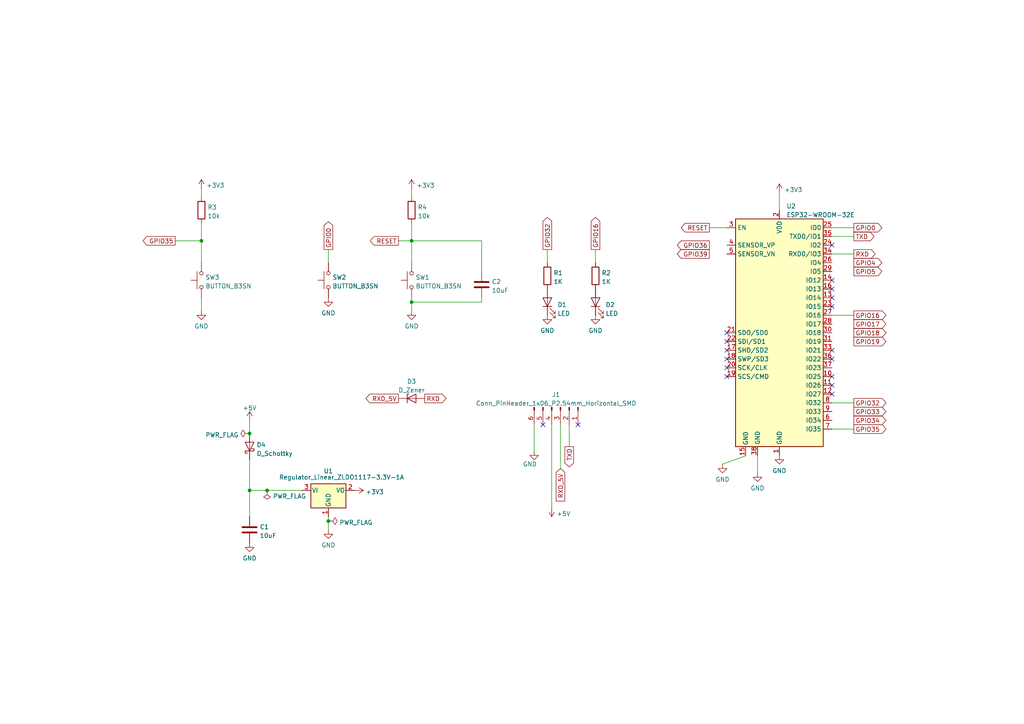
<source format=kicad_sch>
(kicad_sch (version 20211123) (generator eeschema)
  (paper "A4")
  (title_block (title "LEDuo by MTek") (date "2022-03-07") (rev "2") (company "Giant Squid Technologies"))
  (lib_symbols
    (symbol "fab:BUTTON_B3SN" (pin_numbers hide) (pin_names (offset 1.016) hide)
      (property "Reference" "SW" (at 1.27 2.54 0))
      (property "Value" "BUTTON_B3SN" (at 0 -1.524 0))
      (symbol "BUTTON_B3SN_0_1"
        (circle (center -2.032 0) (radius 0.508))
        (polyline (pts (xy 0 1.27) (xy 0 3.048)))
        (polyline (pts (xy 2.54 1.27) (xy -2.54 1.27)))
        (circle (center 2.032 0) (radius 0.508))
        (pin passive line (at -5.08 0 0) (length 2.54) (name "1") (number "1"))
        (pin passive line (at 5.08 0 180) (length 2.54) (name "2") (number "2"))
      )
    )
    (symbol "fab:C" (pin_numbers hide) (pin_names (offset 0.254))
      (property "Reference" "C" (at 0.635 2.54 0))
      (property "Value" "C" (at 0.635 -2.54 0))
      (symbol "C_0_1"
        (polyline (pts (xy -2.032 -0.762) (xy 2.032 -0.762)) (stroke (width 0.508)))
        (polyline (pts (xy -2.032 0.762) (xy 2.032 0.762)) (stroke (width 0.508)))
      )
      (symbol "C_1_1"
        (pin passive line (at 0 3.81 270) (length 2.794) (name "~") (number "1"))
        (pin passive line (at 0 -3.81 90) (length 2.794) (name "~") (number "2"))
      )
    )
    (symbol "fab:Conn_PinHeader_1x06_P2.54mm_Horizontal_SMD" (pin_names (offset 1.016) hide)
      (property "Reference" "J" (at 0 7.62 0))
      (property "Value" "Conn_PinHeader_1x06_P2.54mm_Horizontal_SMD" (at 0 -10.16 0))
      (symbol "Conn_PinHeader_1x06_P2.54mm_Horizontal_SMD_1_1"
        (polyline (pts (xy 1.27 -7.62) (xy 0.8636 -7.62)) (stroke (width 0.1524)))
        (polyline (pts (xy 1.27 -5.08) (xy 0.8636 -5.08)) (stroke (width 0.1524)))
        (polyline (pts (xy 1.27 -2.54) (xy 0.8636 -2.54)) (stroke (width 0.1524)))
        (polyline (pts (xy 1.27 0) (xy 0.8636 0)) (stroke (width 0.1524)))
        (polyline (pts (xy 1.27 2.54) (xy 0.8636 2.54)) (stroke (width 0.1524)))
        (polyline (pts (xy 1.27 5.08) (xy 0.8636 5.08)) (stroke (width 0.1524)))
        (rectangle (start 0.8636 -7.493) (end 0 -7.747) (stroke (width 0.1524)) (fill (type outline)))
        (rectangle (start 0.8636 -4.953) (end 0 -5.207) (stroke (width 0.1524)) (fill (type outline)))
        (rectangle (start 0.8636 -2.413) (end 0 -2.667) (stroke (width 0.1524)) (fill (type outline)))
        (rectangle (start 0.8636 0.127) (end 0 -0.127) (stroke (width 0.1524)) (fill (type outline)))
        (rectangle (start 0.8636 2.667) (end 0 2.413) (stroke (width 0.1524)) (fill (type outline)))
        (rectangle (start 0.8636 5.207) (end 0 4.953) (stroke (width 0.1524)) (fill (type outline)))
        (pin passive line (at 5.08 5.08 180) (length 3.81) (name "Pin_1") (number "1"))
        (pin passive line (at 5.08 2.54 180) (length 3.81) (name "Pin_2") (number "2"))
        (pin passive line (at 5.08 0 180) (length 3.81) (name "Pin_3") (number "3"))
        (pin passive line (at 5.08 -2.54 180) (length 3.81) (name "Pin_4") (number "4"))
        (pin passive line (at 5.08 -5.08 180) (length 3.81) (name "Pin_5") (number "5"))
        (pin passive line (at 5.08 -7.62 180) (length 3.81) (name "Pin_6") (number "6"))
      )
    )
    (symbol "fab:D_Schottky" (pin_numbers hide) (pin_names (offset 1.016) hide)
      (property "Reference" "D" (at 0 2.54 0))
      (property "Value" "D_Schottky" (at 0 -2.54 0))
      (symbol "D_Schottky_0_1"
        (polyline (pts (xy 1.27 0) (xy -1.27 0)))
        (polyline (pts (xy 1.27 1.27) (xy 1.27 -1.27) (xy -1.27 0) (xy 1.27 1.27)) (stroke (width 0.2032)))
        (polyline (pts (xy -1.905 0.635) (xy -1.905 1.27) (xy -1.27 1.27) (xy -1.27 -1.27) (xy -0.635 -1.27) (xy -0.635 -0.635)) (stroke (width 0.2032)))
      )
      (symbol "D_Schottky_1_1"
        (pin passive line (at -3.81 0 0) (length 2.54) (name "K") (number "1"))
        (pin passive line (at 3.81 0 180) (length 2.54) (name "A") (number "2"))
      )
    )
    (symbol "fab:D_Zener" (pin_numbers hide) (pin_names (offset 1.016) hide)
      (property "Reference" "D" (at 0 2.54 0))
      (property "Value" "D_Zener" (at 0 -2.54 0))
      (symbol "D_Zener_0_1"
        (polyline (pts (xy 1.27 0) (xy -1.27 0)))
        (polyline (pts (xy -1.27 -1.27) (xy -1.27 1.27) (xy -0.762 1.27)) (stroke (width 0.2032)))
        (polyline (pts (xy 1.27 -1.27) (xy 1.27 1.27) (xy -1.27 0) (xy 1.27 -1.27)) (stroke (width 0.2032)))
      )
      (symbol "D_Zener_1_1"
        (pin passive line (at -3.81 0 0) (length 2.54) (name "K") (number "1"))
        (pin passive line (at 3.81 0 180) (length 2.54) (name "A") (number "2"))
      )
    )
    (symbol "fab:LED" (pin_numbers hide) (pin_names (offset 1.016) hide)
      (property "Reference" "D" (at 0 2.54 0))
      (property "Value" "LED" (at 0 -2.54 0))
      (symbol "LED_0_1"
        (polyline (pts (xy -1.27 -1.27) (xy -1.27 1.27)) (stroke (width 0.2032)))
        (polyline (pts (xy -1.27 0) (xy 1.27 0)))
        (polyline (pts (xy 1.27 -1.27) (xy 1.27 1.27) (xy -1.27 0) (xy 1.27 -1.27)) (stroke (width 0.2032)))
        (polyline (pts (xy -3.048 -0.762) (xy -4.572 -2.286) (xy -3.81 -2.286) (xy -4.572 -2.286) (xy -4.572 -1.524)))
        (polyline (pts (xy -1.778 -0.762) (xy -3.302 -2.286) (xy -2.54 -2.286) (xy -3.302 -2.286) (xy -3.302 -1.524)))
      )
      (symbol "LED_1_1"
        (pin passive line (at -3.81 0 0) (length 2.54) (name "K") (number "1"))
        (pin passive line (at 3.81 0 180) (length 2.54) (name "A") (number "2"))
      )
    )
    (symbol "fab:Power_+3V3" (power) (pin_names (offset 0))
      (property "Value" "Power_+3V3" (at 0 3.556 0))
      (symbol "Power_+3V3_0_1"
        (polyline (pts (xy -0.762 1.27) (xy 0 2.54)))
        (polyline (pts (xy 0 0) (xy 0 2.54)))
        (polyline (pts (xy 0 2.54) (xy 0.762 1.27)))
      )
      (symbol "Power_+3V3_1_1"
        (pin power_in line (at 0 0 90) (length 0) hide (name "+3V3") (number "1"))
      )
    )
    (symbol "fab:Power_+5V" (power) (pin_names (offset 0))
      (property "Value" "Power_+5V" (at 0 3.556 0))
      (symbol "Power_+5V_0_1"
        (polyline (pts (xy -0.762 1.27) (xy 0 2.54)))
        (polyline (pts (xy 0 0) (xy 0 2.54)))
        (polyline (pts (xy 0 2.54) (xy 0.762 1.27)))
      )
      (symbol "Power_+5V_1_1"
        (pin power_in line (at 0 0 90) (length 0) hide (name "+5V") (number "1"))
      )
    )
    (symbol "fab:Power_GND" (power) (pin_names (offset 0))
      (property "Value" "Power_GND" (at 0 -3.81 0))
      (symbol "Power_GND_0_1"
        (polyline (pts (xy 0 0) (xy 0 -1.27) (xy 1.27 -1.27) (xy 0 -2.54) (xy -1.27 -1.27) (xy 0 -1.27)))
      )
      (symbol "Power_GND_1_1"
        (pin power_in line (at 0 0 270) (length 0) hide (name "GND") (number "1"))
      )
    )
    (symbol "fab:R" (pin_numbers hide) (pin_names (offset 0))
      (property "Reference" "R" (at 2.032 0 90))
      (property "Value" "R" (at 0 0 90))
      (symbol "R_0_1"
        (rectangle (start -1.016 -2.54) (end 1.016 2.54) (stroke (width 0.254)))
      )
      (symbol "R_1_1"
        (pin passive line (at 0 3.81 270) (length 1.27) (name "~") (number "1"))
        (pin passive line (at 0 -3.81 90) (length 1.27) (name "~") (number "2"))
      )
    )
    (symbol "fab:Radio_ESP32-WROOM-32E"
      (property "Reference" "U2" (at 2.0194 36.7198 0))
      (property "Value" "ESP32-WROOM-32E" (at 2.0194 34.1829 0))
      (symbol "Radio_ESP32-WROOM-32E_0_1"
        (rectangle (start -12.7 33.02) (end 12.7 -33.02) (stroke (width 0.254)) (fill (type background)))
      )
      (symbol "Radio_ESP32-WROOM-32E_1_1"
        (pin power_in line (at 0 -35.56 90) (length 2.54) (name "GND") (number "1"))
        (pin bidirectional line (at 15.24 -12.7 180) (length 2.54) (name "IO25") (number "10"))
        (pin bidirectional line (at 15.24 -15.24 180) (length 2.54) (name "IO26") (number "11"))
        (pin bidirectional line (at 15.24 -17.78 180) (length 2.54) (name "IO27") (number "12"))
        (pin bidirectional line (at 15.24 10.16 180) (length 2.54) (name "IO14") (number "13"))
        (pin bidirectional line (at 15.24 15.24 180) (length 2.54) (name "IO12") (number "14"))
        (pin power_in line (at -9.779 -35.687 90) (length 2.54) (name "GND") (number "15"))
        (pin bidirectional line (at 15.24 12.7 180) (length 2.54) (name "IO13") (number "16"))
        (pin bidirectional line (at -15.24 -5.08 0) (length 2.54) (name "SHD/SD2") (number "17"))
        (pin bidirectional line (at -15.24 -7.62 0) (length 2.54) (name "SWP/SD3") (number "18"))
        (pin bidirectional line (at -15.24 -12.7 0) (length 2.54) (name "SCS/CMD") (number "19"))
        (pin power_in line (at 0 35.56 270) (length 2.54) (name "VDD") (number "2"))
        (pin bidirectional line (at -15.24 -10.16 0) (length 2.54) (name "SCK/CLK") (number "20"))
        (pin bidirectional line (at -15.24 0 0) (length 2.54) (name "SDO/SD0") (number "21"))
        (pin bidirectional line (at -15.24 -2.54 0) (length 2.54) (name "SDI/SD1") (number "22"))
        (pin bidirectional line (at 15.24 7.62 180) (length 2.54) (name "IO15") (number "23"))
        (pin bidirectional line (at 15.24 25.4 180) (length 2.54) (name "IO2") (number "24"))
        (pin bidirectional line (at 15.24 30.48 180) (length 2.54) (name "IO0") (number "25"))
        (pin bidirectional line (at 15.24 20.32 180) (length 2.54) (name "IO4") (number "26"))
        (pin bidirectional line (at 15.24 5.08 180) (length 2.54) (name "IO16") (number "27"))
        (pin bidirectional line (at 15.24 2.54 180) (length 2.54) (name "IO17") (number "28"))
        (pin bidirectional line (at 15.24 17.78 180) (length 2.54) (name "IO5") (number "29"))
        (pin input line (at -15.24 30.48 0) (length 2.54) (name "EN") (number "3"))
        (pin bidirectional line (at 15.24 0 180) (length 2.54) (name "IO18") (number "30"))
        (pin bidirectional line (at 15.24 -2.54 180) (length 2.54) (name "IO19") (number "31"))
        (pin no_connect line (at -15.367 -27.051 0) (length 2.54) hide (name "NC") (number "32"))
        (pin bidirectional line (at 15.24 -5.08 180) (length 2.54) (name "IO21") (number "33"))
        (pin bidirectional line (at 15.24 22.86 180) (length 2.54) (name "RXD0/IO3") (number "34"))
        (pin bidirectional line (at 15.24 27.94 180) (length 2.54) (name "TXD0/IO1") (number "35"))
        (pin bidirectional line (at 15.24 -7.62 180) (length 2.54) (name "IO22") (number "36"))
        (pin bidirectional line (at 15.24 -10.16 180) (length 2.54) (name "IO23") (number "37"))
        (pin power_in line (at -6.35 -35.56 90) (length 2.54) (name "GND") (number "38"))
        (pin no_connect line (at -3.302 -35.56 90) (length 2.54) hide (name "GND") (number "39"))
        (pin input line (at -15.24 25.4 0) (length 2.54) (name "SENSOR_VP") (number "4"))
        (pin input line (at -15.24 22.86 0) (length 2.54) (name "SENSOR_VN") (number "5"))
        (pin input line (at 15.24 -25.4 180) (length 2.54) (name "IO34") (number "6"))
        (pin input line (at 15.24 -27.94 180) (length 2.54) (name "IO35") (number "7"))
        (pin bidirectional line (at 15.24 -20.32 180) (length 2.54) (name "IO32") (number "8"))
        (pin bidirectional line (at 15.24 -22.86 180) (length 2.54) (name "IO33") (number "9"))
      )
    )
    (symbol "fab:Regulator_Linear_ZLDO1117-3.3V-1A" (pin_names (offset 0.254))
      (property "Reference" "U" (at -3.81 3.175 0))
      (property "Value" "Regulator_Linear_ZLDO1117-3.3V-1A" (at 0 3.175 0))
      (symbol "Regulator_Linear_ZLDO1117-3.3V-1A_0_1"
        (rectangle (start -5.08 -5.08) (end 5.08 1.905) (stroke (width 0.254)) (fill (type background)))
      )
      (symbol "Regulator_Linear_ZLDO1117-3.3V-1A_1_1"
        (pin power_in line (at 0 -7.62 90) (length 2.54) (name "GND") (number "1"))
        (pin power_out line (at 7.62 0 180) (length 2.54) (name "VO") (number "2"))
        (pin power_in line (at -7.62 0 0) (length 2.54) (name "VI") (number "3"))
      )
    )
    (symbol "power:PWR_FLAG" (power) (pin_numbers hide) (pin_names (offset 0) hide)
      (property "Value" "PWR_FLAG" (at 0 3.81 0))
      (symbol "PWR_FLAG_0_0"
        (pin power_out line (at 0 0 90) (length 0) (name "pwr") (number "1"))
      )
      (symbol "PWR_FLAG_0_1"
        (polyline (pts (xy 0 0) (xy 0 1.27) (xy -1.016 1.905) (xy 0 2.54) (xy 1.016 1.905) (xy 0 1.27)))
      )
    )
  )
  (junction (at 77.47 142.24))
  (junction (at 119.38 69.85))
  (junction (at 72.39 142.24))
  (junction (at 58.42 69.85))
  (junction (at 95.25 151.13))
  (junction (at 72.39 125.73))
  (junction (at 119.38 87.63))
  (no_connect (at 241.3 71.12))
  (no_connect (at 241.3 81.28))
  (no_connect (at 241.3 86.36))
  (no_connect (at 241.3 88.9))
  (no_connect (at 241.3 101.6))
  (no_connect (at 241.3 104.14))
  (no_connect (at 241.3 111.76))
  (no_connect (at 241.3 109.22))
  (no_connect (at 210.82 99.06))
  (no_connect (at 210.82 104.14))
  (no_connect (at 210.82 109.22))
  (no_connect (at 210.82 106.68))
  (no_connect (at 210.82 101.6))
  (no_connect (at 241.3 114.3))
  (no_connect (at 210.82 96.52))
  (no_connect (at 241.3 83.82))
  (no_connect (at 167.64 123.19))
  (no_connect (at 157.48 123.19))
  (wire (pts (xy 172.72 72.39) (xy 172.72 76.2)))
  (wire (pts (xy 241.3 68.58) (xy 247.65 68.58)))
  (wire (pts (xy 226.06 55.88) (xy 226.06 60.96)))
  (wire (pts (xy 58.42 69.85) (xy 58.42 76.2)))
  (wire (pts (xy 162.56 123.19) (xy 162.56 135.89)))
  (wire (pts (xy 119.38 87.63) (xy 119.38 86.36)))
  (wire (pts (xy 119.38 87.63) (xy 139.7 87.63)))
  (wire (pts (xy 72.39 121.92) (xy 72.39 125.73)))
  (wire (pts (xy 154.94 123.19) (xy 154.94 130.81)))
  (wire (pts (xy 241.3 116.84) (xy 247.65 116.84)))
  (wire (pts (xy 241.3 73.66) (xy 247.65 73.66)))
  (wire (pts (xy 158.75 72.39) (xy 158.75 76.2)))
  (wire (pts (xy 241.3 66.04) (xy 247.65 66.04)))
  (wire (pts (xy 95.25 151.13) (xy 95.25 149.86)))
  (wire (pts (xy 209.55 134.62) (xy 216.281 132.207)))
  (wire (pts (xy 219.71 137.16) (xy 219.71 132.08)))
  (wire (pts (xy 139.7 86.36) (xy 139.7 87.63)))
  (wire (pts (xy 119.38 69.85) (xy 139.7 69.85)))
  (wire (pts (xy 160.02 123.19) (xy 160.02 147.32)))
  (wire (pts (xy 50.8 69.85) (xy 58.42 69.85)))
  (wire (pts (xy 119.38 54.61) (xy 119.38 57.15)))
  (wire (pts (xy 58.42 64.77) (xy 58.42 69.85)))
  (wire (pts (xy 58.42 54.61) (xy 58.42 57.15)))
  (wire (pts (xy 119.38 90.17) (xy 119.38 87.63)))
  (wire (pts (xy 119.38 64.77) (xy 119.38 69.85)))
  (wire (pts (xy 58.42 86.36) (xy 58.42 90.17)))
  (wire (pts (xy 119.38 69.85) (xy 119.38 76.2)))
  (wire (pts (xy 165.1 123.19) (xy 165.1 129.54)))
  (wire (pts (xy 115.57 69.85) (xy 119.38 69.85)))
  (wire (pts (xy 95.25 153.67) (xy 95.25 151.13)))
  (wire (pts (xy 77.47 142.24) (xy 87.63 142.24)))
  (wire (pts (xy 205.74 66.04) (xy 210.82 66.04)))
  (wire (pts (xy 72.39 142.24) (xy 77.47 142.24)))
  (wire (pts (xy 72.39 133.35) (xy 72.39 142.24)))
  (wire (pts (xy 95.25 72.39) (xy 95.25 76.2)))
  (wire (pts (xy 241.3 91.44) (xy 247.65 91.44)))
  (wire (pts (xy 72.39 142.24) (xy 72.39 149.86)))
  (wire (pts (xy 139.7 69.85) (xy 139.7 78.74)))
  (wire (pts (xy 241.3 124.46) (xy 247.65 124.46)))
  (global_label "GPIO19" (shape output) (at 247.65 99.06 0) (property "Intersheet References" "${INTERSHEET_REFS}" (effects hide)))
  (global_label "TXD" (shape output) (at 247.65 68.58 0) (property "Intersheet References" "${INTERSHEET_REFS}" (effects hide)))
  (global_label "RXD_5V" (shape output) (at 115.57 115.57 180) (property "Intersheet References" "${INTERSHEET_REFS}" (effects hide)))
  (global_label "RXD_5V" (shape input) (at 162.56 135.89 270) (property "Intersheet References" "${INTERSHEET_REFS}" (effects hide)))
  (global_label "GPIO33" (shape output) (at 247.65 119.38 0) (property "Intersheet References" "${INTERSHEET_REFS}" (effects hide)))
  (global_label "RXD" (shape output) (at 247.65 73.66 0) (property "Intersheet References" "${INTERSHEET_REFS}" (effects hide)))
  (global_label "GPIO4" (shape output) (at 247.65 76.2 0) (property "Intersheet References" "${INTERSHEET_REFS}" (effects hide)))
  (global_label "GPIO16" (shape output) (at 247.65 91.44 0) (property "Intersheet References" "${INTERSHEET_REFS}" (effects hide)))
  (global_label "GPIO0" (shape output) (at 95.25 72.39 90) (property "Intersheet References" "${INTERSHEET_REFS}" (effects hide)))
  (global_label "GPIO35" (shape output) (at 50.8 69.85 180) (property "Intersheet References" "${INTERSHEET_REFS}" (effects hide)))
  (global_label "TXD" (shape output) (at 165.1 129.54 270) (property "Intersheet References" "${INTERSHEET_REFS}" (effects hide)))
  (global_label "GPIO0" (shape output) (at 247.65 66.04 0) (property "Intersheet References" "${INTERSHEET_REFS}" (effects hide)))
  (global_label "RESET" (shape output) (at 115.57 69.85 180) (property "Intersheet References" "${INTERSHEET_REFS}" (effects hide)))
  (global_label "GPIO35" (shape output) (at 247.65 124.46 0) (property "Intersheet References" "${INTERSHEET_REFS}" (effects hide)))
  (global_label "GPIO16" (shape output) (at 172.72 72.39 90) (property "Intersheet References" "${INTERSHEET_REFS}" (effects hide)))
  (global_label "RXD" (shape output) (at 123.19 115.57 0) (property "Intersheet References" "${INTERSHEET_REFS}" (effects hide)))
  (global_label "GPIO32" (shape output) (at 247.65 116.84 0) (property "Intersheet References" "${INTERSHEET_REFS}" (effects hide)))
  (global_label "GPIO32" (shape output) (at 158.75 72.39 90) (property "Intersheet References" "${INTERSHEET_REFS}" (effects hide)))
  (global_label "RESET" (shape output) (at 205.74 66.04 180) (property "Intersheet References" "${INTERSHEET_REFS}" (effects hide)))
  (global_label "GPIO34" (shape output) (at 247.65 121.92 0) (property "Intersheet References" "${INTERSHEET_REFS}" (effects hide)))
  (global_label "GPIO18" (shape output) (at 247.65 96.52 0) (property "Intersheet References" "${INTERSHEET_REFS}" (effects hide)))
  (global_label "GPIO36" (shape output) (at 205.74 71.12 180) (property "Intersheet References" "${INTERSHEET_REFS}" (effects hide)))
  (global_label "GPIO17" (shape output) (at 247.65 93.98 0) (property "Intersheet References" "${INTERSHEET_REFS}" (effects hide)))
  (global_label "GPIO5" (shape output) (at 247.65 78.74 0) (property "Intersheet References" "${INTERSHEET_REFS}" (effects hide)))
  (global_label "GPIO39" (shape output) (at 205.74 73.66 180) (property "Intersheet References" "${INTERSHEET_REFS}" (effects hide)))
  (symbol (lib_id "fab:Power_GND") (at 172.72 91.44 0) (unit 1)
    (property "Reference" "#PWR0104" (effects hide))
    (property "Value" "Power_GND" (at 172.72 95.8834 0))
  )
  (symbol (lib_id "fab:Power_GND") (at 119.38 90.17 0) (unit 1)
    (property "Reference" "#PWR0113" (effects hide))
    (property "Value" "Power_GND" (at 119.38 94.6134 0))
  )
  (symbol (lib_id "fab:Power_+3V3") (at 102.87 142.24 270) (unit 1)
    (property "Reference" "#PWR0119" (effects hide))
    (property "Value" "Power_+3V3" (at 106.045 142.6738 90) (effects (justify left)))
  )
  (symbol (lib_id "fab:BUTTON_B3SN") (at 58.42 81.28 90) (unit 1)
    (property "Reference" "SW3" (at 59.563 80.4453 90) (effects (justify right)))
    (property "Value" "BUTTON_B3SN" (at 59.563 82.9822 90) (effects (justify right)))
    (property "Footprint" "fab:Button_Omron_B3SN_6x6mm" (effects hide))
    (property "Datasheet" "https://omronfs.omron.com/en_US/ecb/products/pdf/en-b3sn.pdf" (effects hide))
  )
  (symbol (lib_id "fab:Power_GND") (at 226.06 132.08 0) (unit 1)
    (property "Reference" "#PWR0109" (effects hide))
    (property "Value" "Power_GND" (at 226.06 136.5234 0))
  )
  (symbol (lib_id "fab:Power_GND") (at 219.71 137.16 0) (unit 1)
    (property "Reference" "#PWR0105" (effects hide))
    (property "Value" "Power_GND" (at 219.71 141.6034 0))
  )
  (symbol (lib_id "fab:BUTTON_B3SN") (at 95.25 81.28 90) (unit 1)
    (property "Reference" "SW2" (at 96.393 80.4453 90) (effects (justify right)))
    (property "Value" "BUTTON_B3SN" (at 96.393 82.9822 90) (effects (justify right)))
    (property "Footprint" "fab:Button_Omron_B3SN_6x6mm" (effects hide))
    (property "Datasheet" "https://omronfs.omron.com/en_US/ecb/products/pdf/en-b3sn.pdf" (effects hide))
  )
  (symbol (lib_id "fab:R") (at 172.72 80.01 0) (unit 1)
    (property "Reference" "R2" (at 174.498 79.1753 0) (effects (justify left)))
    (property "Value" "1K" (at 174.498 81.7122 0) (effects (justify left)))
    (property "Footprint" "fab:R_1206" (effects hide))
  )
  (symbol (lib_id "fab:D_Zener") (at 119.38 115.57 0) (unit 1)
    (property "Reference" "D3" (at 119.38 110.6256 0))
    (property "Value" "D_Zener" (at 119.38 113.1625 0))
    (property "Footprint" "fab:SOD-123" (effects hide))
  )
  (symbol (lib_id "fab:Power_GND") (at 154.94 130.81 0) (unit 1)
    (property "Reference" "#PWR0101" (effects hide))
    (property "Value" "Power_GND" (at 153.67 134.62 0))
  )
  (symbol (lib_id "fab:C") (at 72.39 153.67 0) (unit 1)
    (property "Reference" "C1" (at 75.311 152.8353 0) (effects (justify left)))
    (property "Value" "10uF" (at 75.311 155.3722 0) (effects (justify left)))
    (property "Footprint" "fab:C_1206" (effects hide))
  )
  (symbol (lib_id "fab:Power_GND") (at 95.25 86.36 0) (unit 1)
    (property "Reference" "#PWR0118" (effects hide))
    (property "Value" "Power_GND" (at 95.25 90.8034 0))
  )
  (symbol (lib_id "power:PWR_FLAG") (at 72.39 125.73 90) (unit 1)
    (property "Reference" "#FLG0101" (effects hide))
    (property "Value" "PWR_FLAG" (at 69.2151 126.1638 90) (effects (justify left)))
  )
  (symbol (lib_id "fab:Power_GND") (at 209.55 134.62 0) (unit 1)
    (property "Reference" "#PWR0106" (effects hide))
    (property "Value" "Power_GND" (at 209.55 139.0634 0))
  )
  (symbol (lib_id "fab:LED") (at 158.75 87.63 90) (unit 1)
    (property "Reference" "D1" (at 161.671 88.3955 90) (effects (justify right)))
    (property "Value" "LED" (at 161.671 90.9324 90) (effects (justify right)))
    (property "Footprint" "fab:LED_1206" (effects hide))
    (property "Datasheet" "https://optoelectronics.liteon.com/upload/download/DS-22-98-0002/LTST-C150CKT.pdf" (effects hide))
  )
  (symbol (lib_id "power:PWR_FLAG") (at 77.47 142.24 180) (unit 1)
    (property "Reference" "#FLG0103" (effects hide))
    (property "Value" "PWR_FLAG" (at 79.121 143.9438 0) (effects (justify right)))
  )
  (symbol (lib_id "fab:Power_+3V3") (at 119.38 54.61 0) (unit 1)
    (property "Reference" "#PWR0115" (effects hide))
    (property "Value" "Power_+3V3" (at 120.777 53.7738 0) (effects (justify left)))
  )
  (symbol (lib_id "fab:LED") (at 172.72 87.63 90) (unit 1)
    (property "Reference" "D2" (at 175.641 88.3955 90) (effects (justify right)))
    (property "Value" "LED" (at 175.641 90.9324 90) (effects (justify right)))
    (property "Footprint" "fab:LED_1206" (effects hide))
    (property "Datasheet" "https://optoelectronics.liteon.com/upload/download/DS-22-98-0002/LTST-C150CKT.pdf" (effects hide))
  )
  (symbol (lib_id "fab:BUTTON_B3SN") (at 119.38 81.28 90) (unit 1)
    (property "Reference" "SW1" (at 120.523 80.4453 90) (effects (justify right)))
    (property "Value" "BUTTON_B3SN" (at 120.523 82.9822 90) (effects (justify right)))
    (property "Footprint" "fab:Button_Omron_B3SN_6x6mm" (effects hide))
    (property "Datasheet" "https://omronfs.omron.com/en_US/ecb/products/pdf/en-b3sn.pdf" (effects hide))
  )
  (symbol (lib_id "fab:Power_+3V3") (at 58.42 54.61 0) (unit 1)
    (property "Reference" "#PWR0110" (effects hide))
    (property "Value" "Power_+3V3" (at 59.817 53.7738 0) (effects (justify left)))
  )
  (symbol (lib_id "fab:D_Schottky") (at 72.39 129.54 90) (unit 1)
    (property "Reference" "D4" (at 74.3966 129.0228 90) (effects (justify right)))
    (property "Value" "D_Schottky" (at 74.3966 131.5597 90) (effects (justify right)))
    (property "Footprint" "fab:SOD-123" (effects hide))
    (property "Datasheet" "https://www.st.com/content/ccc/resource/technical/document/datasheet/c6/32/d4/4a/28/d3/4b/11/CD00004930.pdf/files/CD00004930.pdf/jcr:content/translations/en.CD00004930.pdf" (effects hide))
  )
  (symbol (lib_id "fab:Conn_PinHeader_1x06_P2.54mm_Horizontal_SMD") (at 162.56 118.11 270) (unit 1)
    (property "Reference" "J1" (at 161.29 114.461 90))
    (property "Value" "Conn_PinHeader_1x06_P2.54mm_Horizontal_SMD" (at 161.29 116.9979 90))
    (property "Footprint" "fab:PinHeader_1x06_P2.54mm_Horizontal_SMD" (effects hide))
  )
  (symbol (lib_id "fab:R") (at 158.75 80.01 0) (unit 1)
    (property "Reference" "R1" (at 160.528 79.1753 0) (effects (justify left)))
    (property "Value" "1K" (at 160.528 81.7122 0) (effects (justify left)))
    (property "Footprint" "fab:R_1206" (effects hide))
  )
  (symbol (lib_id "fab:R") (at 58.42 60.96 0) (unit 1)
    (property "Reference" "R3" (at 60.198 60.1253 0) (effects (justify left)))
    (property "Value" "10k" (at 60.198 62.6622 0) (effects (justify left)))
    (property "Footprint" "fab:R_1206" (effects hide))
  )
  (symbol (lib_id "fab:Power_GND") (at 58.42 90.17 0) (unit 1)
    (property "Reference" "#PWR0108" (effects hide))
    (property "Value" "Power_GND" (at 58.42 94.6134 0))
  )
  (symbol (lib_id "power:PWR_FLAG") (at 95.25 151.13 270) (unit 1)
    (property "Reference" "#FLG0102" (effects hide))
    (property "Value" "PWR_FLAG" (at 98.425 151.5638 90) (effects (justify left)))
  )
  (symbol (lib_id "fab:Power_GND") (at 95.25 153.67 0) (unit 1)
    (property "Reference" "#PWR0120" (effects hide))
    (property "Value" "Power_GND" (at 95.25 158.1134 0))
  )
  (symbol (lib_id "fab:Regulator_Linear_ZLDO1117-3.3V-1A") (at 95.25 142.24 0) (unit 1)
    (property "Reference" "U1" (at 95.25 136.6352 0))
    (property "Value" "Regulator_Linear_ZLDO1117-3.3V-1A" (at 99.06 138.43 0))
    (property "Footprint" "fab:SOT-223-3_TabPin2" (effects hide))
    (property "Datasheet" "http://www.diodes.com/datasheets/AP1117.pdf" (effects hide))
  )
  (symbol (lib_id "fab:Power_GND") (at 158.75 91.44 0) (unit 1)
    (property "Reference" "#PWR0103" (effects hide))
    (property "Value" "Power_GND" (at 158.75 95.8834 0))
  )
  (symbol (lib_id "fab:C") (at 139.7 82.55 0) (unit 1)
    (property "Reference" "C2" (at 142.621 81.7153 0) (effects (justify left)))
    (property "Value" "10uF" (at 142.621 84.2522 0) (effects (justify left)))
    (property "Footprint" "fab:C_1206" (effects hide))
  )
  (symbol (lib_id "fab:Power_GND") (at 72.39 157.48 0) (unit 1)
    (property "Reference" "#PWR0116" (effects hide))
    (property "Value" "Power_GND" (at 72.39 161.9234 0))
  )
  (symbol (lib_id "fab:R") (at 119.38 60.96 0) (unit 1)
    (property "Reference" "R4" (at 121.158 60.1253 0) (effects (justify left)))
    (property "Value" "10k" (at 121.158 62.6622 0) (effects (justify left)))
    (property "Footprint" "fab:R_1206" (effects hide))
  )
  (symbol (lib_id "fab:Power_+3V3") (at 226.06 55.88 0) (unit 1)
    (property "Reference" "#PWR0107" (effects hide))
    (property "Value" "Power_+3V3" (at 227.457 55.0438 0) (effects (justify left)))
  )
  (symbol (lib_id "fab:Power_+5V") (at 72.39 121.92 0) (unit 1)
    (property "Reference" "#PWR0117" (effects hide))
    (property "Value" "Power_+5V" (at 72.39 118.3442 0))
  )
  (symbol (lib_id "fab:Radio_ESP32-WROOM-32E") (at 226.06 96.52 0) (unit 1)
    (property "Reference" "U2" (at 228.0794 59.8002 0) (effects (justify left)))
    (property "Value" "ESP32-WROOM-32E" (at 228.0794 62.3371 0) (effects (justify left)))
    (property "Footprint" "fab:ESP32-WROOM-32E" (effects hide))
    (property "Datasheet" "https://www.espressif.com/sites/default/files/documentation/esp32-wroom-32e_esp32-wroom-32ue_datasheet_en.pdf" (effects hide))
  )
  (symbol (lib_id "fab:Power_+5V") (at 160.02 147.32 180) (unit 1)
    (property "Reference" "#PWR0102" (effects hide))
    (property "Value" "Power_+5V" (at 161.417 149.0238 0) (effects (justify right)))
  )
)
</source>
